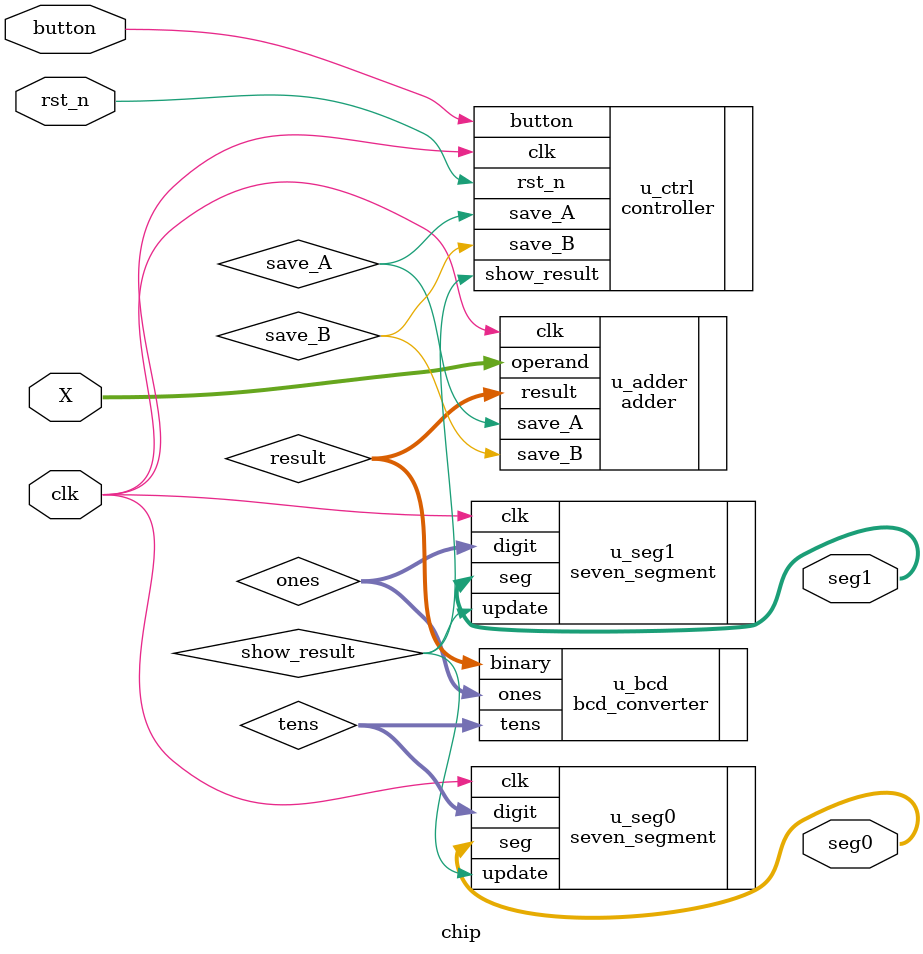
<source format=sv>
module chip(
    input clk,
    input rst_n,
    input button,

    input [3:0] X,

    output [6:0] seg0,
    output [6:0] seg1
);

logic save_A;
logic save_B;
logic show_result;
logic [4:0] result;
logic [3:0] tens;
logic [3:0] ones;

controller u_ctrl(
    .clk(clk),
    .rst_n(rst_n),
    .button(button),
    .save_A(save_A),
    .save_B(save_B),
    .show_result(show_result)
);

adder u_adder(
    .clk(clk),
    .operand(X),
    .save_A(save_A),
    .save_B(save_B),
    .result(result)
);

bcd_converter u_bcd(
    .binary(result),
    .tens(tens),
    .ones(ones)
);

seven_segment u_seg0(
    .clk(clk),
    .digit(tens),
    .update(show_result),
    .seg(seg0)
);

seven_segment u_seg1(
    .clk(clk),
    .digit(ones),
    .update(show_result),
    .seg(seg1)
);

endmodule
</source>
